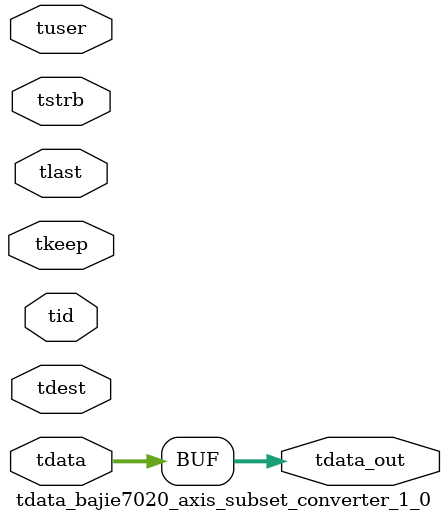
<source format=v>


`timescale 1ps/1ps

module tdata_bajie7020_axis_subset_converter_1_0 #
(
parameter C_S_AXIS_TDATA_WIDTH = 32,
parameter C_S_AXIS_TUSER_WIDTH = 0,
parameter C_S_AXIS_TID_WIDTH   = 0,
parameter C_S_AXIS_TDEST_WIDTH = 0,
parameter C_M_AXIS_TDATA_WIDTH = 32
)
(
input  [(C_S_AXIS_TDATA_WIDTH == 0 ? 1 : C_S_AXIS_TDATA_WIDTH)-1:0     ] tdata,
input  [(C_S_AXIS_TUSER_WIDTH == 0 ? 1 : C_S_AXIS_TUSER_WIDTH)-1:0     ] tuser,
input  [(C_S_AXIS_TID_WIDTH   == 0 ? 1 : C_S_AXIS_TID_WIDTH)-1:0       ] tid,
input  [(C_S_AXIS_TDEST_WIDTH == 0 ? 1 : C_S_AXIS_TDEST_WIDTH)-1:0     ] tdest,
input  [(C_S_AXIS_TDATA_WIDTH/8)-1:0 ] tkeep,
input  [(C_S_AXIS_TDATA_WIDTH/8)-1:0 ] tstrb,
input                                                                    tlast,
output [C_M_AXIS_TDATA_WIDTH-1:0] tdata_out
);

assign tdata_out = {tdata[63:0]};

endmodule


</source>
